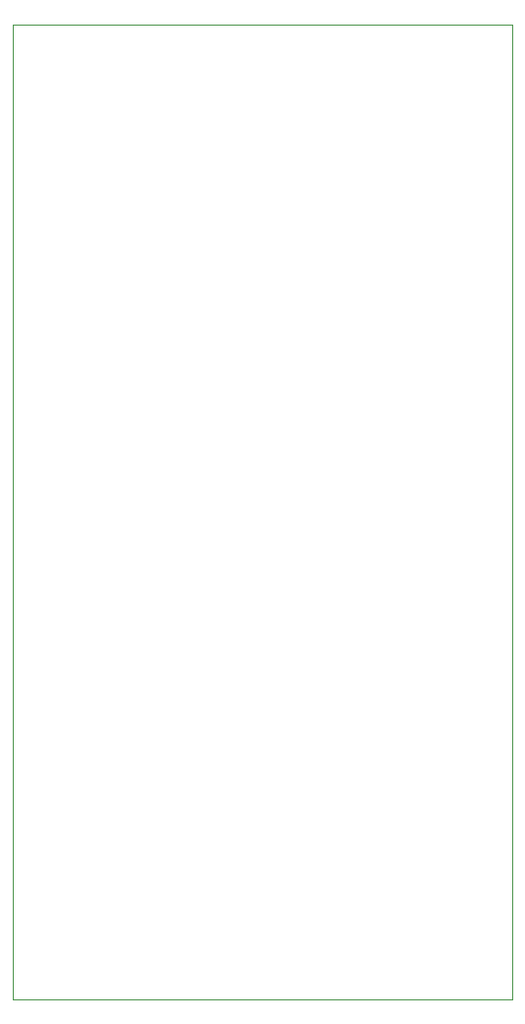
<source format=gbr>
%TF.GenerationSoftware,Altium Limited,Altium Designer,25.7.1 (20)*%
G04 Layer_Color=0*
%FSLAX45Y45*%
%MOMM*%
%TF.SameCoordinates,6DC23F8A-9C4A-45C2-95F2-439E2FAEE1B8*%
%TF.FilePolarity,Positive*%
%TF.FileFunction,Profile,NP*%
%TF.Part,Single*%
G01*
G75*
%TA.AperFunction,Profile*%
%ADD87C,0.02540*%
D87*
X13512801Y4013200D02*
Y12395200D01*
X17818100D01*
Y4013200D01*
X13512801D01*
%TF.MD5,d1da7871927c5d9429015c9e2d0c4cc7*%
M02*

</source>
